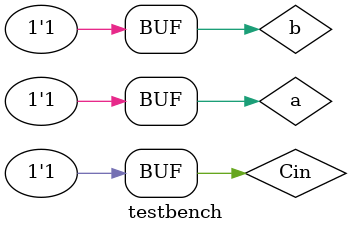
<source format=v>
module testbench();
  
  reg a;
  reg b;
  reg Cin;
  wire sum;
  wire Cout;
  
  //instantiate DUT
  full_adder_structural FA(
    .a(a),
    .b(b),
    .carry_in(Cin),
    .sum(sum),
    .carry_out(Cout)
  );
  
  initial $monitor("a=%d, b=%d, carry in=%d,sum=%d, carry out=%d",a,b,Cin,sum,Cout);
  
  initial begin
    a=0; b=0; Cin=0;
    #1 a=0; b=0; Cin=1;
    #1 a=0; b=1; Cin=0;
    #1 a=0; b=1; Cin=1;
    #1 a=1; b=0; Cin=0;
    #1 a=1; b=0; Cin=1;
    #1 a=1; b=1; Cin=0;
    #1 a=1; b=1; Cin=1;
  end 
endmodule 

</source>
